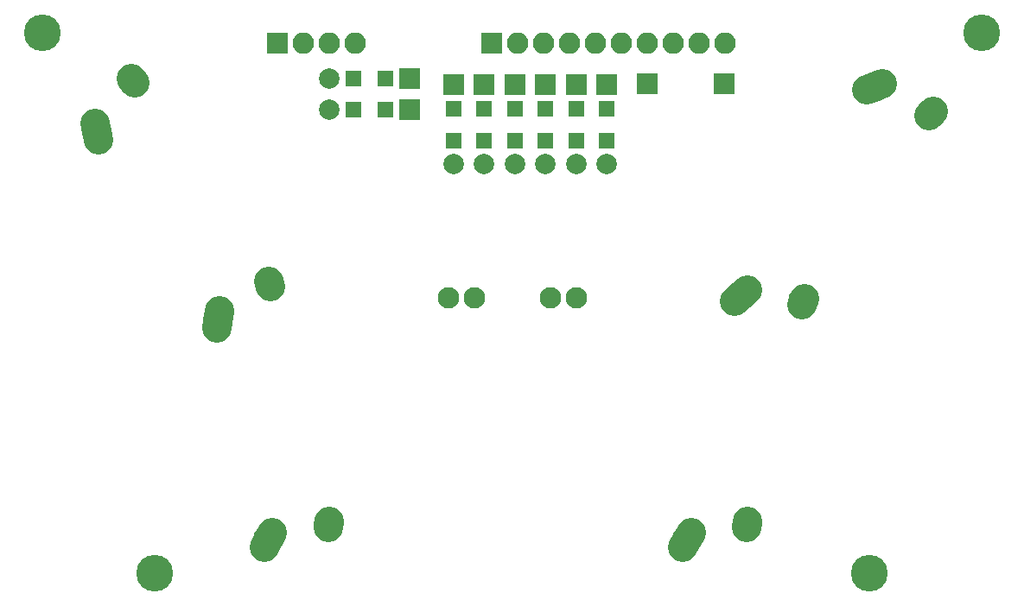
<source format=gbr>
G04 #@! TF.GenerationSoftware,KiCad,Pcbnew,(5.1.2)-2*
G04 #@! TF.CreationDate,2019-07-07T18:02:28+10:00*
G04 #@! TF.ProjectId,Center_Micro,43656e74-6572-45f4-9d69-63726f2e6b69,rev?*
G04 #@! TF.SameCoordinates,Original*
G04 #@! TF.FileFunction,Soldermask,Top*
G04 #@! TF.FilePolarity,Negative*
%FSLAX46Y46*%
G04 Gerber Fmt 4.6, Leading zero omitted, Abs format (unit mm)*
G04 Created by KiCad (PCBNEW (5.1.2)-2) date 2019-07-07 18:02:28*
%MOMM*%
%LPD*%
G04 APERTURE LIST*
%ADD10C,3.600000*%
%ADD11R,1.600000X1.600000*%
%ADD12R,2.000000X2.000000*%
%ADD13C,2.000000*%
%ADD14R,2.100000X2.100000*%
%ADD15O,2.100000X2.100000*%
%ADD16C,2.900000*%
%ADD17C,2.900000*%
%ADD18C,2.100000*%
G04 APERTURE END LIST*
D10*
X115000000Y-87000000D03*
D11*
X144250000Y-44575000D03*
X144250000Y-41425000D03*
D12*
X144250000Y-39100000D03*
D13*
X144250000Y-46900000D03*
D11*
X150250000Y-44575000D03*
X150250000Y-41425000D03*
D12*
X150250000Y-39100000D03*
D13*
X150250000Y-46900000D03*
D11*
X156250000Y-44575000D03*
X156250000Y-41425000D03*
D12*
X156250000Y-39100000D03*
D13*
X156250000Y-46900000D03*
D11*
X147250000Y-44575000D03*
X147250000Y-41425000D03*
D12*
X147250000Y-39100000D03*
D13*
X147250000Y-46900000D03*
D11*
X153250000Y-44575000D03*
X153250000Y-41425000D03*
D12*
X153250000Y-39100000D03*
D13*
X153250000Y-46900000D03*
D11*
X159250000Y-44575000D03*
X159250000Y-41425000D03*
D12*
X159250000Y-39100000D03*
D13*
X159250000Y-46900000D03*
D14*
X148000000Y-35000000D03*
D15*
X150540000Y-35000000D03*
X153080000Y-35000000D03*
X155620000Y-35000000D03*
X158160000Y-35000000D03*
X160700000Y-35000000D03*
X163240000Y-35000000D03*
X165780000Y-35000000D03*
X168320000Y-35000000D03*
X170860000Y-35000000D03*
D16*
X109289703Y-43683726D03*
D17*
X109131093Y-42863929D02*
X109448313Y-44503523D01*
D16*
X112851479Y-38710822D03*
D17*
X112680612Y-38476505D02*
X113022346Y-38945139D01*
D16*
X121181941Y-62091784D03*
D17*
X121313283Y-61267179D02*
X121050599Y-62916389D01*
D16*
X126229749Y-58636982D03*
D17*
X126149328Y-58358356D02*
X126310170Y-58915608D01*
D16*
X126095000Y-83730000D03*
D17*
X126500453Y-83000046D02*
X125689547Y-84459954D01*
D16*
X132020000Y-82210000D03*
D17*
X132039724Y-81920672D02*
X132000276Y-82499328D01*
D16*
X185493534Y-39306343D03*
D17*
X186273334Y-39007786D02*
X184713734Y-39604900D01*
D16*
X191009385Y-41950472D03*
D17*
X191210472Y-41741512D02*
X190808298Y-42159432D01*
D16*
X172418752Y-59762627D03*
D17*
X173049412Y-59215368D02*
X171788092Y-60309886D01*
D16*
X178506302Y-60360763D03*
D17*
X178623793Y-60095629D02*
X178388811Y-60625897D01*
D16*
X167095000Y-83730000D03*
D17*
X167500453Y-83000046D02*
X166689547Y-84459954D01*
D16*
X173020000Y-82210000D03*
D17*
X173039724Y-81920672D02*
X173000276Y-82499328D01*
D10*
X196000000Y-34000000D03*
X185000000Y-87000000D03*
X104000000Y-34000000D03*
D18*
X146270000Y-60000000D03*
X143730000Y-60000000D03*
X156270000Y-60000000D03*
X153730000Y-60000000D03*
D11*
X134425000Y-41500000D03*
X137575000Y-41500000D03*
D12*
X139900000Y-41500000D03*
D13*
X132100000Y-41500000D03*
D11*
X134425000Y-38500000D03*
X137575000Y-38500000D03*
D12*
X139900000Y-38500000D03*
D13*
X132100000Y-38500000D03*
D14*
X127000000Y-35000000D03*
D15*
X129540000Y-35000000D03*
X132080000Y-35000000D03*
X134620000Y-35000000D03*
D14*
X163250000Y-39000000D03*
X170750000Y-39000000D03*
M02*

</source>
